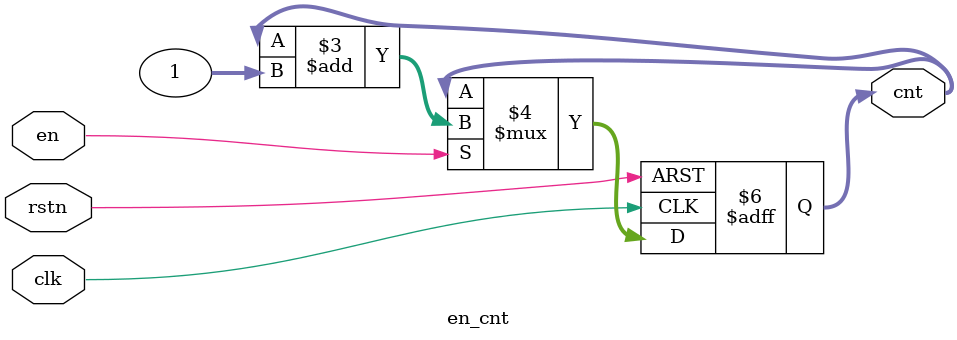
<source format=v>
/*
 Licensed under the Apache License, Version 2.0 (the "License");         
 you may not use this file except in compliance with the License.        
 You may obtain a copy of the License at                                 
                                                                         
     http://www.apache.org/licenses/LICENSE-2.0                          
                                                                         
  Unless required by applicable law or agreed to in writing, software    
 distributed under the License is distributed on an "AS IS" BASIS,       
 WITHOUT WARRANTIES OR CONDITIONS OF ANY KIND, either express or implied.
 See the License for the specific language governing permissions and     
 limitations under the License.      
*/

//==============================================================||
// File Name: 		en_cnt.v				||
// Author:    		Kitty Wang				||
// Description: 						||
//	      		en count			       	|| 
// History:   							||
//                      2019/1/22 				||
//                      First version				||
//===============================================================


module en_cnt (
input wire clk,
input wire rstn,
input wire en,
output reg [31:0] cnt
);

always @ (posedge clk or negedge rstn)
begin
	if(!rstn)
	begin
		cnt <= 0;
	end
	else
	begin 
		if(en)
		begin
			cnt <= cnt + 1;
		end
	end
end

endmodule

</source>
